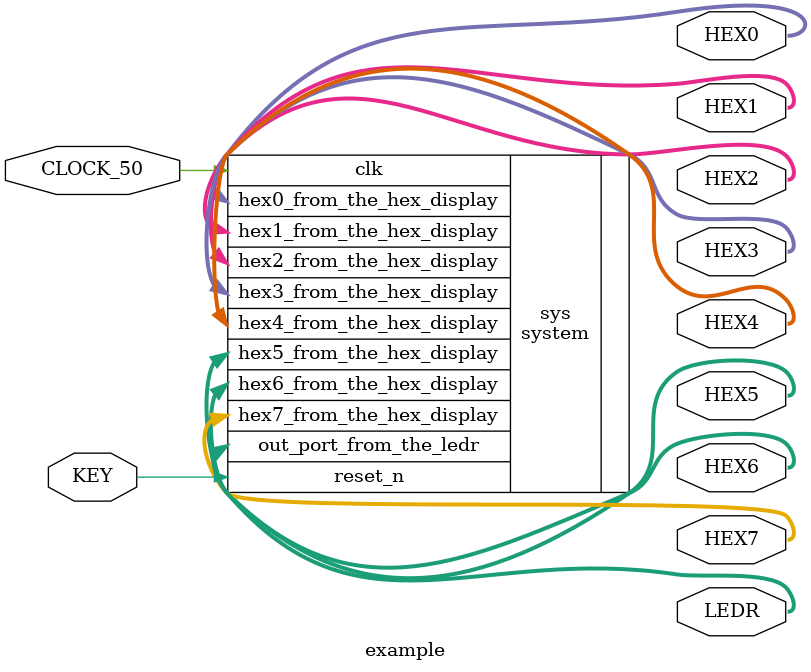
<source format=v>
module example( input CLOCK_50, input [0:0] KEY, 
	output [6:0] HEX0, output [6:0] HEX1, output [6:0] HEX2,
	output [6:0] HEX3, output [6:0] HEX4, output [6:0] HEX5,
	output [6:0] HEX6, output [6:0] HEX7, output [17:0] LEDR ) ;
	
	system sys(
				// 1) global signals:
                 .clk(CLOCK_50),
                 .reset_n(KEY[0]),

                // the_hex_display
                 .hex0_from_the_hex_display(HEX0),
                 .hex1_from_the_hex_display(HEX1),
                 .hex2_from_the_hex_display(HEX2),
                 .hex3_from_the_hex_display(HEX3),
                 .hex4_from_the_hex_display(HEX4),
                 .hex5_from_the_hex_display(HEX5),
                 .hex6_from_the_hex_display(HEX6),
                 .hex7_from_the_hex_display(HEX7),

                // the_ledr
                 .out_port_from_the_ledr(LEDR)
	) ;
endmodule
</source>
